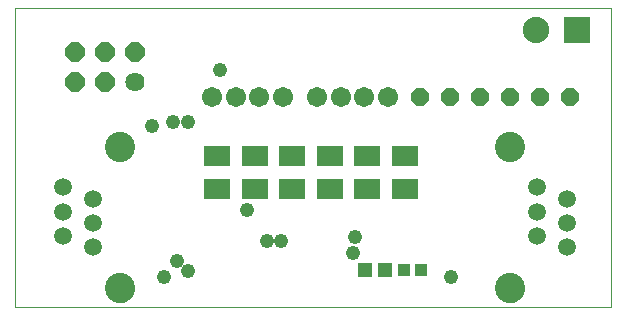
<source format=gts>
G75*
G70*
%OFA0B0*%
%FSLAX24Y24*%
%IPPOS*%
%LPD*%
%AMOC8*
5,1,8,0,0,1.08239X$1,22.5*
%
%ADD10C,0.0000*%
%ADD11OC8,0.0600*%
%ADD12C,0.0640*%
%ADD13OC8,0.0640*%
%ADD14R,0.0880X0.0880*%
%ADD15C,0.0880*%
%ADD16C,0.0595*%
%ADD17C,0.1009*%
%ADD18C,0.0674*%
%ADD19R,0.0867X0.0710*%
%ADD20R,0.0513X0.0474*%
%ADD21R,0.0395X0.0395*%
%ADD22C,0.0480*%
D10*
X000344Y002903D02*
X000344Y012899D01*
X020214Y012899D01*
X020214Y002903D01*
X000344Y002903D01*
X003379Y003541D02*
X003381Y003584D01*
X003387Y003626D01*
X003397Y003668D01*
X003410Y003709D01*
X003428Y003748D01*
X003449Y003786D01*
X003473Y003821D01*
X003500Y003854D01*
X003531Y003885D01*
X003564Y003912D01*
X003599Y003936D01*
X003637Y003957D01*
X003676Y003975D01*
X003717Y003988D01*
X003759Y003998D01*
X003801Y004004D01*
X003844Y004006D01*
X003887Y004004D01*
X003929Y003998D01*
X003971Y003988D01*
X004012Y003975D01*
X004051Y003957D01*
X004089Y003936D01*
X004124Y003912D01*
X004157Y003885D01*
X004188Y003854D01*
X004215Y003821D01*
X004239Y003786D01*
X004260Y003748D01*
X004278Y003709D01*
X004291Y003668D01*
X004301Y003626D01*
X004307Y003584D01*
X004309Y003541D01*
X004307Y003498D01*
X004301Y003456D01*
X004291Y003414D01*
X004278Y003373D01*
X004260Y003334D01*
X004239Y003296D01*
X004215Y003261D01*
X004188Y003228D01*
X004157Y003197D01*
X004124Y003170D01*
X004089Y003146D01*
X004051Y003125D01*
X004012Y003107D01*
X003971Y003094D01*
X003929Y003084D01*
X003887Y003078D01*
X003844Y003076D01*
X003801Y003078D01*
X003759Y003084D01*
X003717Y003094D01*
X003676Y003107D01*
X003637Y003125D01*
X003599Y003146D01*
X003564Y003170D01*
X003531Y003197D01*
X003500Y003228D01*
X003473Y003261D01*
X003449Y003296D01*
X003428Y003334D01*
X003410Y003373D01*
X003397Y003414D01*
X003387Y003456D01*
X003381Y003498D01*
X003379Y003541D01*
X003379Y008265D02*
X003381Y008308D01*
X003387Y008350D01*
X003397Y008392D01*
X003410Y008433D01*
X003428Y008472D01*
X003449Y008510D01*
X003473Y008545D01*
X003500Y008578D01*
X003531Y008609D01*
X003564Y008636D01*
X003599Y008660D01*
X003637Y008681D01*
X003676Y008699D01*
X003717Y008712D01*
X003759Y008722D01*
X003801Y008728D01*
X003844Y008730D01*
X003887Y008728D01*
X003929Y008722D01*
X003971Y008712D01*
X004012Y008699D01*
X004051Y008681D01*
X004089Y008660D01*
X004124Y008636D01*
X004157Y008609D01*
X004188Y008578D01*
X004215Y008545D01*
X004239Y008510D01*
X004260Y008472D01*
X004278Y008433D01*
X004291Y008392D01*
X004301Y008350D01*
X004307Y008308D01*
X004309Y008265D01*
X004307Y008222D01*
X004301Y008180D01*
X004291Y008138D01*
X004278Y008097D01*
X004260Y008058D01*
X004239Y008020D01*
X004215Y007985D01*
X004188Y007952D01*
X004157Y007921D01*
X004124Y007894D01*
X004089Y007870D01*
X004051Y007849D01*
X004012Y007831D01*
X003971Y007818D01*
X003929Y007808D01*
X003887Y007802D01*
X003844Y007800D01*
X003801Y007802D01*
X003759Y007808D01*
X003717Y007818D01*
X003676Y007831D01*
X003637Y007849D01*
X003599Y007870D01*
X003564Y007894D01*
X003531Y007921D01*
X003500Y007952D01*
X003473Y007985D01*
X003449Y008020D01*
X003428Y008058D01*
X003410Y008097D01*
X003397Y008138D01*
X003387Y008180D01*
X003381Y008222D01*
X003379Y008265D01*
X016379Y008265D02*
X016381Y008308D01*
X016387Y008350D01*
X016397Y008392D01*
X016410Y008433D01*
X016428Y008472D01*
X016449Y008510D01*
X016473Y008545D01*
X016500Y008578D01*
X016531Y008609D01*
X016564Y008636D01*
X016599Y008660D01*
X016637Y008681D01*
X016676Y008699D01*
X016717Y008712D01*
X016759Y008722D01*
X016801Y008728D01*
X016844Y008730D01*
X016887Y008728D01*
X016929Y008722D01*
X016971Y008712D01*
X017012Y008699D01*
X017051Y008681D01*
X017089Y008660D01*
X017124Y008636D01*
X017157Y008609D01*
X017188Y008578D01*
X017215Y008545D01*
X017239Y008510D01*
X017260Y008472D01*
X017278Y008433D01*
X017291Y008392D01*
X017301Y008350D01*
X017307Y008308D01*
X017309Y008265D01*
X017307Y008222D01*
X017301Y008180D01*
X017291Y008138D01*
X017278Y008097D01*
X017260Y008058D01*
X017239Y008020D01*
X017215Y007985D01*
X017188Y007952D01*
X017157Y007921D01*
X017124Y007894D01*
X017089Y007870D01*
X017051Y007849D01*
X017012Y007831D01*
X016971Y007818D01*
X016929Y007808D01*
X016887Y007802D01*
X016844Y007800D01*
X016801Y007802D01*
X016759Y007808D01*
X016717Y007818D01*
X016676Y007831D01*
X016637Y007849D01*
X016599Y007870D01*
X016564Y007894D01*
X016531Y007921D01*
X016500Y007952D01*
X016473Y007985D01*
X016449Y008020D01*
X016428Y008058D01*
X016410Y008097D01*
X016397Y008138D01*
X016387Y008180D01*
X016381Y008222D01*
X016379Y008265D01*
X016379Y003541D02*
X016381Y003584D01*
X016387Y003626D01*
X016397Y003668D01*
X016410Y003709D01*
X016428Y003748D01*
X016449Y003786D01*
X016473Y003821D01*
X016500Y003854D01*
X016531Y003885D01*
X016564Y003912D01*
X016599Y003936D01*
X016637Y003957D01*
X016676Y003975D01*
X016717Y003988D01*
X016759Y003998D01*
X016801Y004004D01*
X016844Y004006D01*
X016887Y004004D01*
X016929Y003998D01*
X016971Y003988D01*
X017012Y003975D01*
X017051Y003957D01*
X017089Y003936D01*
X017124Y003912D01*
X017157Y003885D01*
X017188Y003854D01*
X017215Y003821D01*
X017239Y003786D01*
X017260Y003748D01*
X017278Y003709D01*
X017291Y003668D01*
X017301Y003626D01*
X017307Y003584D01*
X017309Y003541D01*
X017307Y003498D01*
X017301Y003456D01*
X017291Y003414D01*
X017278Y003373D01*
X017260Y003334D01*
X017239Y003296D01*
X017215Y003261D01*
X017188Y003228D01*
X017157Y003197D01*
X017124Y003170D01*
X017089Y003146D01*
X017051Y003125D01*
X017012Y003107D01*
X016971Y003094D01*
X016929Y003084D01*
X016887Y003078D01*
X016844Y003076D01*
X016801Y003078D01*
X016759Y003084D01*
X016717Y003094D01*
X016676Y003107D01*
X016637Y003125D01*
X016599Y003146D01*
X016564Y003170D01*
X016531Y003197D01*
X016500Y003228D01*
X016473Y003261D01*
X016449Y003296D01*
X016428Y003334D01*
X016410Y003373D01*
X016397Y003414D01*
X016387Y003456D01*
X016381Y003498D01*
X016379Y003541D01*
D11*
X016844Y009903D03*
X017844Y009903D03*
X018844Y009903D03*
X015844Y009903D03*
X014844Y009903D03*
X013844Y009903D03*
D12*
X004344Y010403D03*
D13*
X003344Y010403D03*
X002344Y010403D03*
X002344Y011403D03*
X003344Y011403D03*
X004344Y011403D03*
D14*
X019094Y012153D03*
D15*
X017716Y012153D03*
D16*
X017750Y006903D03*
X017750Y006100D03*
X018750Y005706D03*
X018750Y004903D03*
X017750Y005297D03*
X018750Y006509D03*
X002939Y006509D03*
X001939Y006903D03*
X001939Y006100D03*
X002939Y005706D03*
X002939Y004903D03*
X001939Y005297D03*
D17*
X003844Y003541D03*
X003844Y008265D03*
X016844Y008265D03*
X016844Y003541D03*
D18*
X012775Y009903D03*
X011988Y009903D03*
X011200Y009903D03*
X010413Y009903D03*
X009275Y009903D03*
X008488Y009903D03*
X007700Y009903D03*
X006913Y009903D03*
D19*
X007094Y007954D03*
X008344Y007954D03*
X009594Y007954D03*
X010844Y007954D03*
X012094Y007954D03*
X013344Y007954D03*
X013344Y006852D03*
X012094Y006852D03*
X010844Y006852D03*
X009594Y006852D03*
X008344Y006852D03*
X007094Y006852D03*
D20*
X012009Y004153D03*
X012679Y004153D03*
D21*
X013299Y004153D03*
X013889Y004153D03*
D22*
X014864Y003923D03*
X011684Y005243D03*
X011624Y004703D03*
X009224Y005123D03*
X008744Y005123D03*
X008084Y006143D03*
X005744Y004463D03*
X006104Y004103D03*
X005324Y003923D03*
X004904Y008963D03*
X005624Y009083D03*
X006104Y009083D03*
X007184Y010823D03*
M02*

</source>
